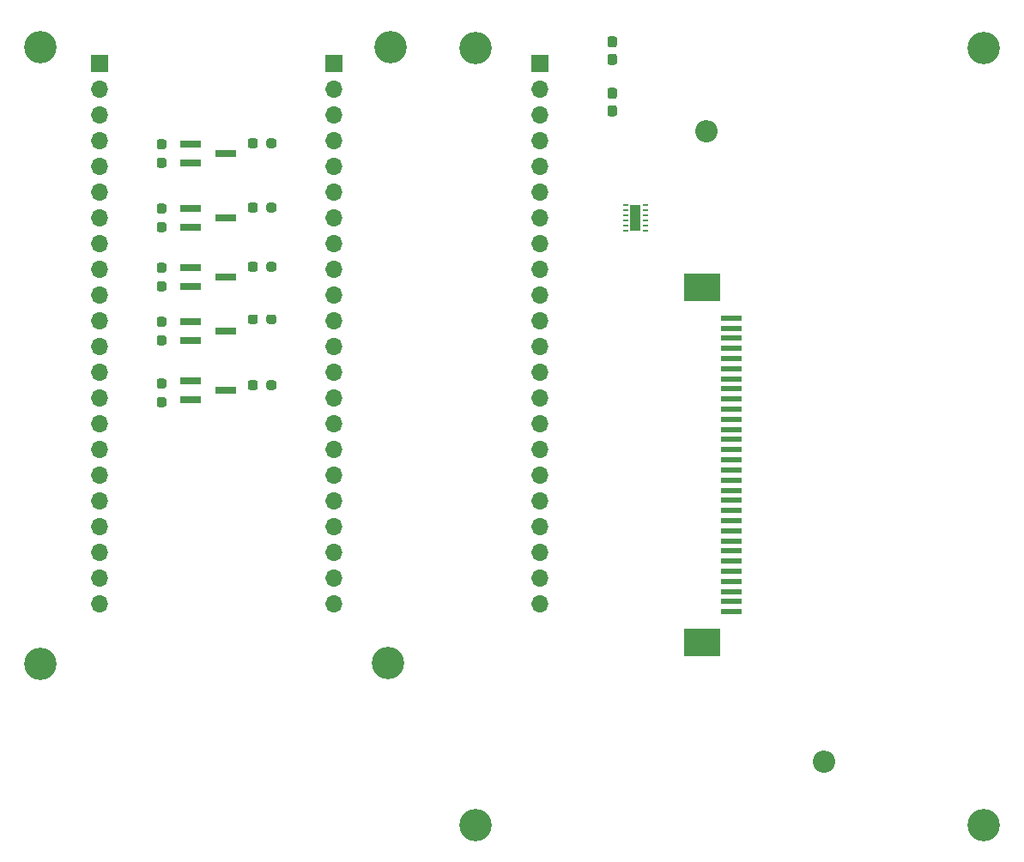
<source format=gts>
G04 #@! TF.GenerationSoftware,KiCad,Pcbnew,5.1.10-88a1d61d58~88~ubuntu18.04.1*
G04 #@! TF.CreationDate,2021-10-23T19:38:23+09:00*
G04 #@! TF.ProjectId,CameraJigSTM32F446RE_Head,43616d65-7261-44a6-9967-53544d333246,rev?*
G04 #@! TF.SameCoordinates,Original*
G04 #@! TF.FileFunction,Soldermask,Top*
G04 #@! TF.FilePolarity,Negative*
%FSLAX46Y46*%
G04 Gerber Fmt 4.6, Leading zero omitted, Abs format (unit mm)*
G04 Created by KiCad (PCBNEW 5.1.10-88a1d61d58~88~ubuntu18.04.1) date 2021-10-23 19:38:23*
%MOMM*%
%LPD*%
G01*
G04 APERTURE LIST*
%ADD10C,3.200000*%
%ADD11O,2.200000X2.200000*%
%ADD12R,1.700000X1.700000*%
%ADD13O,1.700000X1.700000*%
%ADD14R,2.000000X0.610000*%
%ADD15R,3.600000X2.680000*%
%ADD16R,2.000000X0.650000*%
%ADD17R,1.000000X2.650000*%
%ADD18R,0.500000X0.250000*%
G04 APERTURE END LIST*
D10*
G04 #@! TO.C,REF_7*
X160800000Y-142000000D03*
G04 #@! TD*
G04 #@! TO.C,REF_5*
X160800000Y-65300000D03*
G04 #@! TD*
D11*
G04 #@! TO.C,REF_head*
X145100000Y-135726000D03*
X133500000Y-73526000D03*
G04 #@! TD*
D10*
G04 #@! TO.C,REF_6*
X110700000Y-142000000D03*
G04 #@! TD*
G04 #@! TO.C,REF_4*
X110700000Y-65300000D03*
G04 #@! TD*
G04 #@! TO.C,REF_3*
X102108000Y-125984000D03*
G04 #@! TD*
G04 #@! TO.C,REF_1*
X102362000Y-65204000D03*
G04 #@! TD*
G04 #@! TO.C,REF_0*
X67818000Y-65204000D03*
G04 #@! TD*
G04 #@! TO.C,REF_2*
X67818000Y-126100000D03*
G04 #@! TD*
G04 #@! TO.C,C1*
G36*
G01*
X123968500Y-69212000D02*
X124443500Y-69212000D01*
G75*
G02*
X124681000Y-69449500I0J-237500D01*
G01*
X124681000Y-70049500D01*
G75*
G02*
X124443500Y-70287000I-237500J0D01*
G01*
X123968500Y-70287000D01*
G75*
G02*
X123731000Y-70049500I0J237500D01*
G01*
X123731000Y-69449500D01*
G75*
G02*
X123968500Y-69212000I237500J0D01*
G01*
G37*
G36*
G01*
X123968500Y-70937000D02*
X124443500Y-70937000D01*
G75*
G02*
X124681000Y-71174500I0J-237500D01*
G01*
X124681000Y-71774500D01*
G75*
G02*
X124443500Y-72012000I-237500J0D01*
G01*
X123968500Y-72012000D01*
G75*
G02*
X123731000Y-71774500I0J237500D01*
G01*
X123731000Y-71174500D01*
G75*
G02*
X123968500Y-70937000I237500J0D01*
G01*
G37*
G04 #@! TD*
G04 #@! TO.C,C4*
G36*
G01*
X123968500Y-64132000D02*
X124443500Y-64132000D01*
G75*
G02*
X124681000Y-64369500I0J-237500D01*
G01*
X124681000Y-64969500D01*
G75*
G02*
X124443500Y-65207000I-237500J0D01*
G01*
X123968500Y-65207000D01*
G75*
G02*
X123731000Y-64969500I0J237500D01*
G01*
X123731000Y-64369500D01*
G75*
G02*
X123968500Y-64132000I237500J0D01*
G01*
G37*
G36*
G01*
X123968500Y-65857000D02*
X124443500Y-65857000D01*
G75*
G02*
X124681000Y-66094500I0J-237500D01*
G01*
X124681000Y-66694500D01*
G75*
G02*
X124443500Y-66932000I-237500J0D01*
G01*
X123968500Y-66932000D01*
G75*
G02*
X123731000Y-66694500I0J237500D01*
G01*
X123731000Y-66094500D01*
G75*
G02*
X123968500Y-65857000I237500J0D01*
G01*
G37*
G04 #@! TD*
D12*
G04 #@! TO.C,J1*
X117094000Y-66802000D03*
D13*
X117094000Y-69342000D03*
X117094000Y-71882000D03*
X117094000Y-74422000D03*
X117094000Y-76962000D03*
X117094000Y-79502000D03*
X117094000Y-82042000D03*
X117094000Y-84582000D03*
X117094000Y-87122000D03*
X117094000Y-89662000D03*
X117094000Y-92202000D03*
X117094000Y-94742000D03*
X117094000Y-97282000D03*
X117094000Y-99822000D03*
X117094000Y-102362000D03*
X117094000Y-104902000D03*
X117094000Y-107442000D03*
X117094000Y-109982000D03*
X117094000Y-112522000D03*
X117094000Y-115062000D03*
X117094000Y-117602000D03*
X117094000Y-120142000D03*
G04 #@! TD*
D14*
G04 #@! TO.C,J2*
X135912000Y-91926000D03*
X135912000Y-92926000D03*
X135912000Y-93926000D03*
X135912000Y-94926000D03*
X135912000Y-95926000D03*
X135912000Y-96926000D03*
X135912000Y-97926000D03*
X135912000Y-98926000D03*
X135912000Y-99926000D03*
X135912000Y-100926000D03*
X135912000Y-101926000D03*
X135912000Y-102926000D03*
X135912000Y-103926000D03*
X135912000Y-104926000D03*
X135912000Y-105926000D03*
X135912000Y-106926000D03*
X135912000Y-107926000D03*
X135912000Y-108926000D03*
X135912000Y-109926000D03*
X135912000Y-110926000D03*
X135912000Y-111926000D03*
X135912000Y-112926000D03*
X135912000Y-113926000D03*
X135912000Y-114926000D03*
X135912000Y-115926000D03*
X135912000Y-116926000D03*
X135912000Y-117926000D03*
X135912000Y-118926000D03*
X135912000Y-119926000D03*
X135912000Y-120926000D03*
D15*
X133112000Y-88936000D03*
X133112000Y-123916000D03*
G04 #@! TD*
D12*
G04 #@! TO.C,J3*
X73660000Y-66802000D03*
D13*
X73660000Y-69342000D03*
X73660000Y-71882000D03*
X73660000Y-74422000D03*
X73660000Y-76962000D03*
X73660000Y-79502000D03*
X73660000Y-82042000D03*
X73660000Y-84582000D03*
X73660000Y-87122000D03*
X73660000Y-89662000D03*
X73660000Y-92202000D03*
X73660000Y-94742000D03*
X73660000Y-97282000D03*
X73660000Y-99822000D03*
X73660000Y-102362000D03*
X73660000Y-104902000D03*
X73660000Y-107442000D03*
X73660000Y-109982000D03*
X73660000Y-112522000D03*
X73660000Y-115062000D03*
X73660000Y-117602000D03*
X73660000Y-120142000D03*
G04 #@! TD*
G04 #@! TO.C,J4*
X96774000Y-120142000D03*
X96774000Y-117602000D03*
X96774000Y-115062000D03*
X96774000Y-112522000D03*
X96774000Y-109982000D03*
X96774000Y-107442000D03*
X96774000Y-104902000D03*
X96774000Y-102362000D03*
X96774000Y-99822000D03*
X96774000Y-97282000D03*
X96774000Y-94742000D03*
X96774000Y-92202000D03*
X96774000Y-89662000D03*
X96774000Y-87122000D03*
X96774000Y-84582000D03*
X96774000Y-82042000D03*
X96774000Y-79502000D03*
X96774000Y-76962000D03*
X96774000Y-74422000D03*
X96774000Y-71882000D03*
X96774000Y-69342000D03*
D12*
X96774000Y-66802000D03*
G04 #@! TD*
D16*
G04 #@! TO.C,Q6*
X82618000Y-98110000D03*
X82618000Y-100010000D03*
X86038000Y-99060000D03*
G04 #@! TD*
G04 #@! TO.C,Q7*
X82618000Y-81092000D03*
X82618000Y-82992000D03*
X86038000Y-82042000D03*
G04 #@! TD*
G04 #@! TO.C,Q8*
X86038000Y-93218000D03*
X82618000Y-94168000D03*
X82618000Y-92268000D03*
G04 #@! TD*
G04 #@! TO.C,Q10*
X86038000Y-87884000D03*
X82618000Y-88834000D03*
X82618000Y-86934000D03*
G04 #@! TD*
G04 #@! TO.C,R7*
G36*
G01*
X79518500Y-97914000D02*
X79993500Y-97914000D01*
G75*
G02*
X80231000Y-98151500I0J-237500D01*
G01*
X80231000Y-98651500D01*
G75*
G02*
X79993500Y-98889000I-237500J0D01*
G01*
X79518500Y-98889000D01*
G75*
G02*
X79281000Y-98651500I0J237500D01*
G01*
X79281000Y-98151500D01*
G75*
G02*
X79518500Y-97914000I237500J0D01*
G01*
G37*
G36*
G01*
X79518500Y-99739000D02*
X79993500Y-99739000D01*
G75*
G02*
X80231000Y-99976500I0J-237500D01*
G01*
X80231000Y-100476500D01*
G75*
G02*
X79993500Y-100714000I-237500J0D01*
G01*
X79518500Y-100714000D01*
G75*
G02*
X79281000Y-100476500I0J237500D01*
G01*
X79281000Y-99976500D01*
G75*
G02*
X79518500Y-99739000I237500J0D01*
G01*
G37*
G04 #@! TD*
G04 #@! TO.C,R8*
G36*
G01*
X79518500Y-82467000D02*
X79993500Y-82467000D01*
G75*
G02*
X80231000Y-82704500I0J-237500D01*
G01*
X80231000Y-83204500D01*
G75*
G02*
X79993500Y-83442000I-237500J0D01*
G01*
X79518500Y-83442000D01*
G75*
G02*
X79281000Y-83204500I0J237500D01*
G01*
X79281000Y-82704500D01*
G75*
G02*
X79518500Y-82467000I237500J0D01*
G01*
G37*
G36*
G01*
X79518500Y-80642000D02*
X79993500Y-80642000D01*
G75*
G02*
X80231000Y-80879500I0J-237500D01*
G01*
X80231000Y-81379500D01*
G75*
G02*
X79993500Y-81617000I-237500J0D01*
G01*
X79518500Y-81617000D01*
G75*
G02*
X79281000Y-81379500I0J237500D01*
G01*
X79281000Y-80879500D01*
G75*
G02*
X79518500Y-80642000I237500J0D01*
G01*
G37*
G04 #@! TD*
G04 #@! TO.C,R9*
G36*
G01*
X79518500Y-91818000D02*
X79993500Y-91818000D01*
G75*
G02*
X80231000Y-92055500I0J-237500D01*
G01*
X80231000Y-92555500D01*
G75*
G02*
X79993500Y-92793000I-237500J0D01*
G01*
X79518500Y-92793000D01*
G75*
G02*
X79281000Y-92555500I0J237500D01*
G01*
X79281000Y-92055500D01*
G75*
G02*
X79518500Y-91818000I237500J0D01*
G01*
G37*
G36*
G01*
X79518500Y-93643000D02*
X79993500Y-93643000D01*
G75*
G02*
X80231000Y-93880500I0J-237500D01*
G01*
X80231000Y-94380500D01*
G75*
G02*
X79993500Y-94618000I-237500J0D01*
G01*
X79518500Y-94618000D01*
G75*
G02*
X79281000Y-94380500I0J237500D01*
G01*
X79281000Y-93880500D01*
G75*
G02*
X79518500Y-93643000I237500J0D01*
G01*
G37*
G04 #@! TD*
G04 #@! TO.C,R14*
G36*
G01*
X90087000Y-98789500D02*
X90087000Y-98314500D01*
G75*
G02*
X90324500Y-98077000I237500J0D01*
G01*
X90824500Y-98077000D01*
G75*
G02*
X91062000Y-98314500I0J-237500D01*
G01*
X91062000Y-98789500D01*
G75*
G02*
X90824500Y-99027000I-237500J0D01*
G01*
X90324500Y-99027000D01*
G75*
G02*
X90087000Y-98789500I0J237500D01*
G01*
G37*
G36*
G01*
X88262000Y-98789500D02*
X88262000Y-98314500D01*
G75*
G02*
X88499500Y-98077000I237500J0D01*
G01*
X88999500Y-98077000D01*
G75*
G02*
X89237000Y-98314500I0J-237500D01*
G01*
X89237000Y-98789500D01*
G75*
G02*
X88999500Y-99027000I-237500J0D01*
G01*
X88499500Y-99027000D01*
G75*
G02*
X88262000Y-98789500I0J237500D01*
G01*
G37*
G04 #@! TD*
G04 #@! TO.C,R15*
G36*
G01*
X88262000Y-81263500D02*
X88262000Y-80788500D01*
G75*
G02*
X88499500Y-80551000I237500J0D01*
G01*
X88999500Y-80551000D01*
G75*
G02*
X89237000Y-80788500I0J-237500D01*
G01*
X89237000Y-81263500D01*
G75*
G02*
X88999500Y-81501000I-237500J0D01*
G01*
X88499500Y-81501000D01*
G75*
G02*
X88262000Y-81263500I0J237500D01*
G01*
G37*
G36*
G01*
X90087000Y-81263500D02*
X90087000Y-80788500D01*
G75*
G02*
X90324500Y-80551000I237500J0D01*
G01*
X90824500Y-80551000D01*
G75*
G02*
X91062000Y-80788500I0J-237500D01*
G01*
X91062000Y-81263500D01*
G75*
G02*
X90824500Y-81501000I-237500J0D01*
G01*
X90324500Y-81501000D01*
G75*
G02*
X90087000Y-81263500I0J237500D01*
G01*
G37*
G04 #@! TD*
G04 #@! TO.C,R16*
G36*
G01*
X88262000Y-92280500D02*
X88262000Y-91805500D01*
G75*
G02*
X88499500Y-91568000I237500J0D01*
G01*
X88999500Y-91568000D01*
G75*
G02*
X89237000Y-91805500I0J-237500D01*
G01*
X89237000Y-92280500D01*
G75*
G02*
X88999500Y-92518000I-237500J0D01*
G01*
X88499500Y-92518000D01*
G75*
G02*
X88262000Y-92280500I0J237500D01*
G01*
G37*
G36*
G01*
X90087000Y-92280500D02*
X90087000Y-91805500D01*
G75*
G02*
X90324500Y-91568000I237500J0D01*
G01*
X90824500Y-91568000D01*
G75*
G02*
X91062000Y-91805500I0J-237500D01*
G01*
X91062000Y-92280500D01*
G75*
G02*
X90824500Y-92518000I-237500J0D01*
G01*
X90324500Y-92518000D01*
G75*
G02*
X90087000Y-92280500I0J237500D01*
G01*
G37*
G04 #@! TD*
G04 #@! TO.C,R18*
G36*
G01*
X79518500Y-88309000D02*
X79993500Y-88309000D01*
G75*
G02*
X80231000Y-88546500I0J-237500D01*
G01*
X80231000Y-89046500D01*
G75*
G02*
X79993500Y-89284000I-237500J0D01*
G01*
X79518500Y-89284000D01*
G75*
G02*
X79281000Y-89046500I0J237500D01*
G01*
X79281000Y-88546500D01*
G75*
G02*
X79518500Y-88309000I237500J0D01*
G01*
G37*
G36*
G01*
X79518500Y-86484000D02*
X79993500Y-86484000D01*
G75*
G02*
X80231000Y-86721500I0J-237500D01*
G01*
X80231000Y-87221500D01*
G75*
G02*
X79993500Y-87459000I-237500J0D01*
G01*
X79518500Y-87459000D01*
G75*
G02*
X79281000Y-87221500I0J237500D01*
G01*
X79281000Y-86721500D01*
G75*
G02*
X79518500Y-86484000I237500J0D01*
G01*
G37*
G04 #@! TD*
G04 #@! TO.C,R21*
G36*
G01*
X90087000Y-87105500D02*
X90087000Y-86630500D01*
G75*
G02*
X90324500Y-86393000I237500J0D01*
G01*
X90824500Y-86393000D01*
G75*
G02*
X91062000Y-86630500I0J-237500D01*
G01*
X91062000Y-87105500D01*
G75*
G02*
X90824500Y-87343000I-237500J0D01*
G01*
X90324500Y-87343000D01*
G75*
G02*
X90087000Y-87105500I0J237500D01*
G01*
G37*
G36*
G01*
X88262000Y-87105500D02*
X88262000Y-86630500D01*
G75*
G02*
X88499500Y-86393000I237500J0D01*
G01*
X88999500Y-86393000D01*
G75*
G02*
X89237000Y-86630500I0J-237500D01*
G01*
X89237000Y-87105500D01*
G75*
G02*
X88999500Y-87343000I-237500J0D01*
G01*
X88499500Y-87343000D01*
G75*
G02*
X88262000Y-87105500I0J237500D01*
G01*
G37*
G04 #@! TD*
D17*
G04 #@! TO.C,U1*
X126492000Y-82042000D03*
D18*
X127442000Y-80792000D03*
X127442000Y-81292000D03*
X127442000Y-81792000D03*
X127442000Y-82292000D03*
X127442000Y-82792000D03*
X127442000Y-83292000D03*
X125542000Y-83292000D03*
X125542000Y-82792000D03*
X125542000Y-82292000D03*
X125542000Y-81792000D03*
X125542000Y-81292000D03*
X125542000Y-80792000D03*
G04 #@! TD*
D16*
G04 #@! TO.C,Q1*
X82618000Y-74742000D03*
X82618000Y-76642000D03*
X86038000Y-75692000D03*
G04 #@! TD*
G04 #@! TO.C,R1*
G36*
G01*
X79518500Y-74292000D02*
X79993500Y-74292000D01*
G75*
G02*
X80231000Y-74529500I0J-237500D01*
G01*
X80231000Y-75029500D01*
G75*
G02*
X79993500Y-75267000I-237500J0D01*
G01*
X79518500Y-75267000D01*
G75*
G02*
X79281000Y-75029500I0J237500D01*
G01*
X79281000Y-74529500D01*
G75*
G02*
X79518500Y-74292000I237500J0D01*
G01*
G37*
G36*
G01*
X79518500Y-76117000D02*
X79993500Y-76117000D01*
G75*
G02*
X80231000Y-76354500I0J-237500D01*
G01*
X80231000Y-76854500D01*
G75*
G02*
X79993500Y-77092000I-237500J0D01*
G01*
X79518500Y-77092000D01*
G75*
G02*
X79281000Y-76854500I0J237500D01*
G01*
X79281000Y-76354500D01*
G75*
G02*
X79518500Y-76117000I237500J0D01*
G01*
G37*
G04 #@! TD*
G04 #@! TO.C,R2*
G36*
G01*
X89237000Y-74438500D02*
X89237000Y-74913500D01*
G75*
G02*
X88999500Y-75151000I-237500J0D01*
G01*
X88499500Y-75151000D01*
G75*
G02*
X88262000Y-74913500I0J237500D01*
G01*
X88262000Y-74438500D01*
G75*
G02*
X88499500Y-74201000I237500J0D01*
G01*
X88999500Y-74201000D01*
G75*
G02*
X89237000Y-74438500I0J-237500D01*
G01*
G37*
G36*
G01*
X91062000Y-74438500D02*
X91062000Y-74913500D01*
G75*
G02*
X90824500Y-75151000I-237500J0D01*
G01*
X90324500Y-75151000D01*
G75*
G02*
X90087000Y-74913500I0J237500D01*
G01*
X90087000Y-74438500D01*
G75*
G02*
X90324500Y-74201000I237500J0D01*
G01*
X90824500Y-74201000D01*
G75*
G02*
X91062000Y-74438500I0J-237500D01*
G01*
G37*
G04 #@! TD*
M02*

</source>
